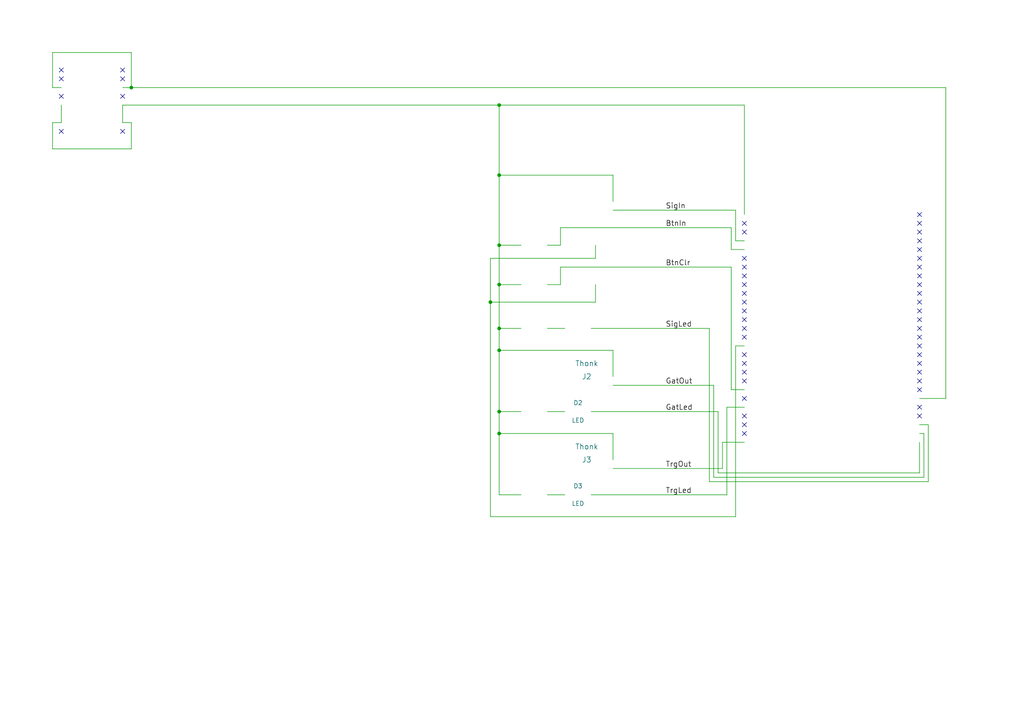
<source format=kicad_sch>
(kicad_sch (version 20230121) (generator eeschema)
  (paper "A4")
  (lib_symbols)
  (junction (at 142.24 87.63))
  (junction (at 144.78 50.8))
  (junction (at 144.78 95.25))
  (junction (at 38.1 25.4))
  (junction (at 144.78 71.12))
  (junction (at 144.78 101.6))
  (junction (at 144.78 30.48))
  (junction (at 144.78 82.55))
  (junction (at 144.78 119.38))
  (junction (at 144.78 125.73))
  (no_connect (at 266.7 62.23))
  (no_connect (at 266.7 120.65))
  (no_connect (at 215.9 123.19))
  (no_connect (at 266.7 80.01))
  (no_connect (at 215.9 87.63))
  (no_connect (at 17.78 38.1))
  (no_connect (at 215.9 92.71))
  (no_connect (at 17.78 22.86))
  (no_connect (at 215.9 82.55))
  (no_connect (at 266.7 85.09))
  (no_connect (at 266.7 107.95))
  (no_connect (at 215.9 105.41))
  (no_connect (at 266.7 90.17))
  (no_connect (at 215.9 77.47))
  (no_connect (at 215.9 115.57))
  (no_connect (at 35.56 38.1))
  (no_connect (at 215.9 67.31))
  (no_connect (at 215.9 90.17))
  (no_connect (at 35.56 22.86))
  (no_connect (at 266.7 77.47))
  (no_connect (at 266.7 118.11))
  (no_connect (at 266.7 64.77))
  (no_connect (at 266.7 92.71))
  (no_connect (at 266.7 72.39))
  (no_connect (at 35.56 20.32))
  (no_connect (at 266.7 113.03))
  (no_connect (at 266.7 95.25))
  (no_connect (at 215.9 125.73))
  (no_connect (at 266.7 69.85))
  (no_connect (at 215.9 80.01))
  (no_connect (at 215.9 110.49))
  (no_connect (at 266.7 97.79))
  (no_connect (at 266.7 67.31))
  (no_connect (at 266.7 100.33))
  (no_connect (at 215.9 120.65))
  (no_connect (at 215.9 102.87))
  (no_connect (at 266.7 110.49))
  (no_connect (at 266.7 105.41))
  (no_connect (at 266.7 74.93))
  (no_connect (at 215.9 97.79))
  (no_connect (at 215.9 74.93))
  (no_connect (at 215.9 107.95))
  (no_connect (at 266.7 87.63))
  (no_connect (at 17.78 20.32))
  (no_connect (at 266.7 102.87))
  (no_connect (at 266.7 82.55))
  (no_connect (at 215.9 95.25))
  (no_connect (at 35.56 27.94))
  (no_connect (at 215.9 85.09))
  (no_connect (at 215.9 64.77))
  (no_connect (at 17.78 27.94))
  (wire (pts (xy 35.56 25.4) (xy 38.1 25.4)))
  (wire (pts (xy 207.01 111.76) (xy 177.8 111.76)))
  (wire (pts (xy 151.13 119.38) (xy 144.78 119.38)))
  (wire (pts (xy 163.83 95.25) (xy 158.75 95.25)))
  (wire (pts (xy 144.78 71.12) (xy 151.13 71.12)))
  (wire (pts (xy 35.56 30.48) (xy 35.56 35.56)))
  (wire (pts (xy 15.24 15.24) (xy 38.1 15.24)))
  (wire (pts (xy 15.24 25.4) (xy 15.24 15.24)))
  (wire (pts (xy 210.82 143.51) (xy 171.45 143.51)))
  (wire (pts (xy 205.74 139.7) (xy 205.74 95.25)))
  (wire (pts (xy 38.1 15.24) (xy 38.1 25.4)))
  (wire (pts (xy 162.56 66.04) (xy 212.09 66.04)))
  (wire (pts (xy 162.56 77.47) (xy 212.09 77.47)))
  (wire (pts (xy 215.9 118.11) (xy 210.82 118.11)))
  (wire (pts (xy 144.78 50.8) (xy 144.78 71.12)))
  (wire (pts (xy 212.09 66.04) (xy 212.09 72.39)))
  (wire (pts (xy 207.01 138.43) (xy 207.01 111.76)))
  (wire (pts (xy 266.7 123.19) (xy 269.24 123.19)))
  (wire (pts (xy 38.1 25.4) (xy 274.32 25.4)))
  (wire (pts (xy 172.72 71.12) (xy 172.72 74.93)))
  (wire (pts (xy 274.32 115.57) (xy 266.7 115.57)))
  (wire (pts (xy 163.83 119.38) (xy 158.75 119.38)))
  (wire (pts (xy 269.24 123.19) (xy 269.24 139.7)))
  (wire (pts (xy 17.78 30.48) (xy 17.78 35.56)))
  (wire (pts (xy 177.8 50.8) (xy 144.78 50.8)))
  (wire (pts (xy 266.7 128.27) (xy 266.7 137.16)))
  (wire (pts (xy 162.56 82.55) (xy 162.56 77.47)))
  (wire (pts (xy 177.8 125.73) (xy 177.8 133.35)))
  (wire (pts (xy 144.78 95.25) (xy 144.78 101.6)))
  (wire (pts (xy 266.7 125.73) (xy 267.97 125.73)))
  (wire (pts (xy 266.7 137.16) (xy 208.28 137.16)))
  (wire (pts (xy 172.72 87.63) (xy 172.72 82.55)))
  (wire (pts (xy 144.78 30.48) (xy 144.78 50.8)))
  (wire (pts (xy 215.9 30.48) (xy 215.9 62.23)))
  (wire (pts (xy 177.8 101.6) (xy 144.78 101.6)))
  (wire (pts (xy 213.36 100.33) (xy 215.9 100.33)))
  (wire (pts (xy 142.24 87.63) (xy 172.72 87.63)))
  (wire (pts (xy 142.24 149.86) (xy 213.36 149.86)))
  (wire (pts (xy 35.56 30.48) (xy 144.78 30.48)))
  (wire (pts (xy 142.24 74.93) (xy 142.24 87.63)))
  (wire (pts (xy 38.1 35.56) (xy 35.56 35.56)))
  (wire (pts (xy 158.75 82.55) (xy 162.56 82.55)))
  (wire (pts (xy 38.1 43.18) (xy 38.1 35.56)))
  (wire (pts (xy 172.72 74.93) (xy 142.24 74.93)))
  (wire (pts (xy 177.8 101.6) (xy 177.8 109.22)))
  (wire (pts (xy 208.28 137.16) (xy 208.28 119.38)))
  (wire (pts (xy 144.78 125.73) (xy 144.78 143.51)))
  (wire (pts (xy 17.78 35.56) (xy 15.24 35.56)))
  (wire (pts (xy 210.82 118.11) (xy 210.82 143.51)))
  (wire (pts (xy 213.36 149.86) (xy 213.36 100.33)))
  (wire (pts (xy 142.24 87.63) (xy 142.24 149.86)))
  (wire (pts (xy 15.24 35.56) (xy 15.24 43.18)))
  (wire (pts (xy 144.78 30.48) (xy 215.9 30.48)))
  (wire (pts (xy 209.55 128.27) (xy 209.55 135.89)))
  (wire (pts (xy 144.78 101.6) (xy 144.78 119.38)))
  (wire (pts (xy 274.32 25.4) (xy 274.32 115.57)))
  (wire (pts (xy 162.56 71.12) (xy 158.75 71.12)))
  (wire (pts (xy 212.09 113.03) (xy 215.9 113.03)))
  (wire (pts (xy 144.78 71.12) (xy 144.78 82.55)))
  (wire (pts (xy 171.45 119.38) (xy 208.28 119.38)))
  (wire (pts (xy 151.13 95.25) (xy 144.78 95.25)))
  (wire (pts (xy 212.09 72.39) (xy 215.9 72.39)))
  (wire (pts (xy 15.24 43.18) (xy 38.1 43.18)))
  (wire (pts (xy 177.8 60.96) (xy 213.36 60.96)))
  (wire (pts (xy 163.83 143.51) (xy 158.75 143.51)))
  (wire (pts (xy 209.55 135.89) (xy 177.8 135.89)))
  (wire (pts (xy 267.97 138.43) (xy 207.01 138.43)))
  (wire (pts (xy 144.78 82.55) (xy 144.78 95.25)))
  (wire (pts (xy 213.36 69.85) (xy 215.9 69.85)))
  (wire (pts (xy 144.78 82.55) (xy 151.13 82.55)))
  (wire (pts (xy 213.36 60.96) (xy 213.36 69.85)))
  (wire (pts (xy 162.56 71.12) (xy 162.56 66.04)))
  (wire (pts (xy 17.78 25.4) (xy 15.24 25.4)))
  (wire (pts (xy 177.8 50.8) (xy 177.8 58.42)))
  (wire (pts (xy 269.24 139.7) (xy 205.74 139.7)))
  (wire (pts (xy 171.45 95.25) (xy 205.74 95.25)))
  (wire (pts (xy 267.97 125.73) (xy 267.97 138.43)))
  (wire (pts (xy 144.78 119.38) (xy 144.78 125.73)))
  (wire (pts (xy 144.78 125.73) (xy 177.8 125.73)))
  (wire (pts (xy 144.78 143.51) (xy 151.13 143.51)))
  (wire (pts (xy 215.9 128.27) (xy 209.55 128.27)))
  (wire (pts (xy 212.09 77.47) (xy 212.09 113.03)))
  (label "BtnClr" (at 193.04 77.47 0) (effects (font (size 1.524 1.524))))
  (label "SigIn" (at 193.04 60.96 0) (effects (font (size 1.524 1.524))))
  (label "BtnIn" (at 193.04 66.04 0) (effects (font (size 1.524 1.524))))
  (label "SigLed" (at 193.04 95.25 0) (effects (font (size 1.524 1.524))))
  (label "GatOut" (at 193.04 111.76 0) (effects (font (size 1.524 1.524))))
  (label "TrgOut" (at 193.04 135.89 0) (effects (font (size 1.524 1.524))))
  (label "TrgLed" (at 193.04 143.51 0) (effects (font (size 1.524 1.524))))
  (label "GatLed" (at 193.04 119.38 0) (effects (font (size 1.524 1.524))))
  (symbol (lib_id "Teensy3.2") (at 241.3 95.25 0) (unit 1)
    (property "Reference" "U1" (at 241.3 57.15 0) (effects (font (size 1.524 1.524))))
    (property "Value" "Teensy3.2" (at 241.3 133.35 0) (effects (font (size 1.524 1.524))))
    (property "Footprint" "teensy:Teensy30_31_32_LC_stdvgHeaders" (effects hide))
  )
  (symbol (lib_id "LED") (at 167.64 95.25 0) (unit 1)
    (property "Reference" "D1" (at 167.64 92.71 0))
    (property "Value" "LED" (at 167.64 97.79 0))
    (property "Footprint" "LEDs:LED_D3.0mm_FlatTop" (effects hide))
  )
  (symbol (lib_id "LED") (at 167.64 119.38 0) (unit 1)
    (property "Reference" "D2" (at 167.64 116.84 0))
    (property "Value" "LED" (at 167.64 121.92 0))
    (property "Footprint" "LEDs:LED_D3.0mm_FlatTop" (effects hide))
  )
  (symbol (lib_id "LED") (at 167.64 143.51 0) (unit 1)
    (property "Reference" "D3" (at 167.64 140.97 0))
    (property "Value" "LED" (at 167.64 146.05 0))
    (property "Footprint" "LEDs:LED_D3.0mm_FlatTop" (effects hide))
  )
  (symbol (lib_id "R") (at 154.94 71.12 270) (unit 1)
    (property "Reference" "R1" (at 154.94 73.152 90))
    (property "Value" "4.7k" (at 154.94 71.12 90))
    (property "Footprint" "Resistors_THT:R_Axial_DIN0207_L6.3mm_D2.5mm_P7.62mm_Horizontal" (effects hide))
  )
  (symbol (lib_id "R") (at 154.94 82.55 270) (unit 1)
    (property "Reference" "R2" (at 154.94 84.582 90))
    (property "Value" "4.7k" (at 154.94 82.55 90))
    (property "Footprint" "Resistors_THT:R_Axial_DIN0207_L6.3mm_D2.5mm_P7.62mm_Horizontal" (effects hide))
  )
  (symbol (lib_id "SW_SPST") (at 167.64 71.12 0) (unit 1)
    (property "Reference" "SW1" (at 167.64 67.945 0))
    (property "Value" "SW_SPST" (at 167.64 73.66 0))
    (property "Footprint" "Buttons_Switches_THT:Push_E-Switch_KS01Q01" (effects hide))
  )
  (symbol (lib_id "SW_SPST") (at 167.64 82.55 0) (unit 1)
    (property "Reference" "SW2" (at 167.64 79.375 0))
    (property "Value" "SW_SPST" (at 167.64 85.09 0))
    (property "Footprint" "Buttons_Switches_THT:Push_E-Switch_KS01Q01" (effects hide))
  )
  (symbol (lib_id "R") (at 154.94 95.25 270) (unit 1)
    (property "Reference" "R3" (at 154.94 97.282 90))
    (property "Value" "150" (at 154.94 95.25 90))
    (property "Footprint" "Resistors_THT:R_Axial_DIN0207_L6.3mm_D2.5mm_P7.62mm_Horizontal" (effects hide))
  )
  (symbol (lib_id "R") (at 154.94 119.38 270) (unit 1)
    (property "Reference" "R4" (at 154.94 121.412 90))
    (property "Value" "150" (at 154.94 119.38 90))
    (property "Footprint" "Resistors_THT:R_Axial_DIN0207_L6.3mm_D2.5mm_P7.62mm_Horizontal" (effects hide))
  )
  (symbol (lib_id "R") (at 154.94 143.51 270) (unit 1)
    (property "Reference" "R5" (at 154.94 145.542 90))
    (property "Value" "150" (at 154.94 143.51 90))
    (property "Footprint" "Resistors_THT:R_Axial_DIN0207_L6.3mm_D2.5mm_P7.62mm_Horizontal" (effects hide))
  )
  (symbol (lib_id "EURO_PWR_2x8") (at 26.67 29.21 0) (unit 1)
    (property "Reference" "H1" (at 26.67 40.64 0) (effects (font (size 1.524 1.524))))
    (property "Value" "EURO_PWR_2x8" (at 26.67 17.78 0) (effects (font (size 1.524 1.524))))
    (property "Footprint" "Pin_Headers:Pin_Header_Straight_2x08_Pitch2.54mm" (effects hide))
  )
  (symbol (lib_id "Thonk") (at 170.18 58.42 0) (unit 1)
    (property "Reference" "J1" (at 170.18 58.42 0) (effects (font (size 1.524 1.524))))
    (property "Value" "Thonk" (at 170.18 54.61 0) (effects (font (size 1.524 1.524))))
    (property "Footprint" "zetaohm:THONKICONN" (effects hide))
  )
  (symbol (lib_id "Thonk") (at 170.18 109.22 0) (unit 1)
    (property "Reference" "J2" (at 170.18 109.22 0) (effects (font (size 1.524 1.524))))
    (property "Value" "Thonk" (at 170.18 105.41 0) (effects (font (size 1.524 1.524))))
    (property "Footprint" "zetaohm:THONKICONN" (effects hide))
  )
  (symbol (lib_id "Thonk") (at 170.18 133.35 0) (unit 1)
    (property "Reference" "J3" (at 170.18 133.35 0) (effects (font (size 1.524 1.524))))
    (property "Value" "Thonk" (at 170.18 129.54 0) (effects (font (size 1.524 1.524))))
    (property "Footprint" "zetaohm:THONKICONN" (effects hide))
  )
)
</source>
